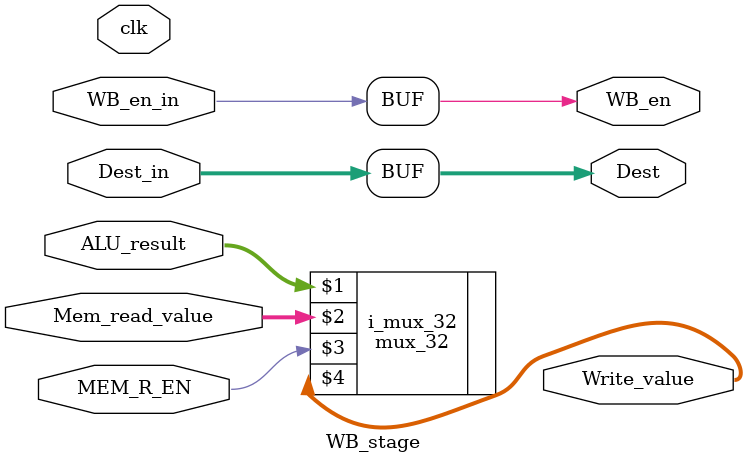
<source format=v>
module WB_stage(
	input clk,
	input WB_en_in,
	input MEM_R_EN,
	
	input [31:0]ALU_result,
	input [31:0]Mem_read_value,
	input [31:0]Dest_in,
	
	output WB_en,
	output [31:0]Write_value,
	output [31:0]Dest
);
	mux_32 i_mux_32 (ALU_result, Mem_read_value, MEM_R_EN, Write_value);
	assign Dest = Dest_in;
	assign WB_en = WB_en_in;

endmodule
</source>
